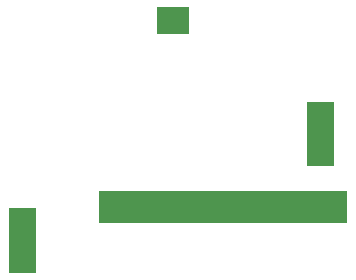
<source format=gbs>
G04 #@! TF.FileFunction,Soldermask,Bot*
%FSLAX46Y46*%
G04 Gerber Fmt 4.6, Leading zero omitted, Abs format (unit mm)*
G04 Created by KiCad (PCBNEW (2016-04-26 BZR 6712, Git b92ad6f)-product) date 03/05/2016 22:11:21*
%MOMM*%
%LPD*%
G01*
G04 APERTURE LIST*
%ADD10C,0.100000*%
G04 APERTURE END LIST*
D10*
G36*
X176650000Y-103750000D02*
X174350000Y-103750000D01*
X174350000Y-98250000D01*
X176650000Y-98250000D01*
X176650000Y-103750000D01*
X176650000Y-103750000D01*
G37*
G36*
X203000000Y-99550000D02*
X182000000Y-99550000D01*
X182000000Y-96850000D01*
X203000000Y-96850000D01*
X203000000Y-99550000D01*
X203000000Y-99550000D01*
G37*
G36*
X201850000Y-94750000D02*
X199550000Y-94750000D01*
X199550000Y-89266000D01*
X201850000Y-89266000D01*
X201850000Y-94750000D01*
X201850000Y-94750000D01*
G37*
G36*
X189550000Y-83550000D02*
X186850000Y-83550000D01*
X186850000Y-81250000D01*
X189550000Y-81250000D01*
X189550000Y-83550000D01*
X189550000Y-83550000D01*
G37*
M02*

</source>
